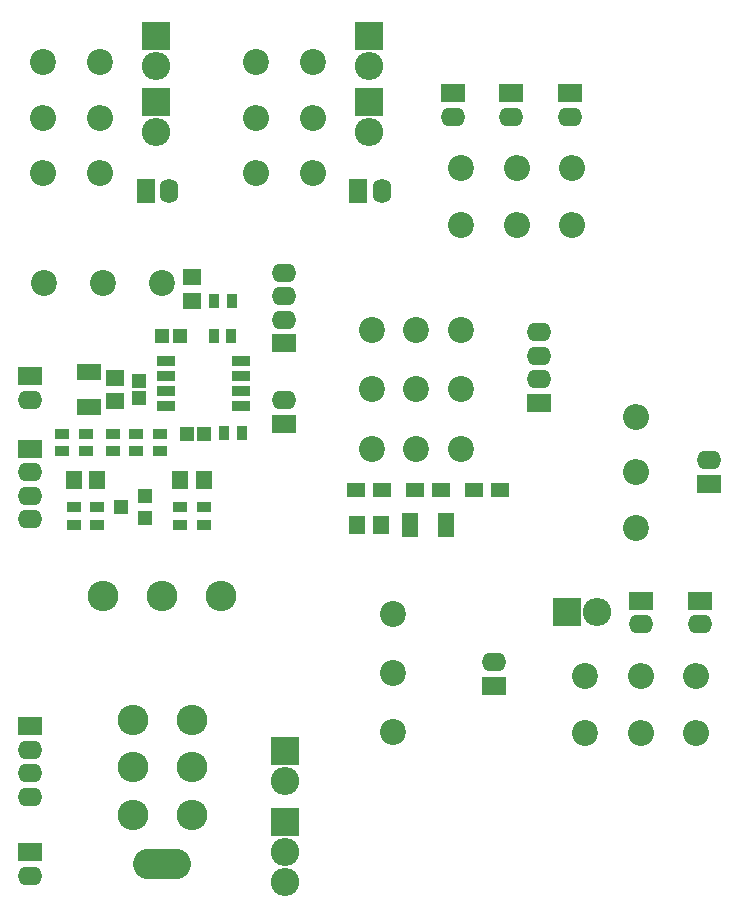
<source format=gts>
%MOIN*%
%OFA0B0*%
%FSLAX46Y46*%
%IPPOS*%
%LPD*%
%ADD10C,0.0039370078740157488*%
%ADD11O,0.10236220472440946X0.10236220472440946*%
%ADD12O,0.19291338582677167X0.10236220472440946*%
%ADD13O,0.094448031496063X0.094448031496063*%
%ADD14R,0.094448031496063X0.094448031496063*%
%ADD15R,0.082677165354330714X0.062992125984251982*%
%ADD16O,0.082677165354330714X0.062992125984251982*%
%ADD27C,0.0039370078740157488*%
%ADD28C,0.086614173228346469*%
%ADD29R,0.064960629921259838X0.055118110236220472*%
%ADD30R,0.051181102362204731X0.035433070866141732*%
%ADD31R,0.06074803149606299X0.035748031496062996*%
%ADD32R,0.051181102362204731X0.047244094488188976*%
%ADD33R,0.082677165354330714X0.062992125984251982*%
%ADD34O,0.082677165354330714X0.062992125984251982*%
%ADD35R,0.055118110236220472X0.064960629921259838*%
%ADD36R,0.047244094488188976X0.0452755905511811*%
%ADD37R,0.035433070866141732X0.051181102362204731*%
%ADD38R,0.07874015748031496X0.055118110236220472*%
%ADD39R,0.0452755905511811X0.047244094488188976*%
%ADD40C,0.0039370078740157488*%
%ADD41R,0.082677165354330714X0.062992125984251982*%
%ADD42O,0.082677165354330714X0.062992125984251982*%
%ADD43R,0.062992125984251982X0.051181102362204731*%
%ADD44C,0.086614173228346469*%
%ADD45R,0.055118110236220472X0.064960629921259838*%
%ADD46R,0.055118110236220472X0.07874015748031496*%
%ADD47C,0.0039370078740157488*%
%ADD48C,0.086614173228346469*%
%ADD49O,0.086614173228346469X0.086614173228346469*%
%ADD50R,0.082677165354330714X0.062992125984251982*%
%ADD51O,0.082677165354330714X0.062992125984251982*%
%ADD52C,0.0039370078740157488*%
%ADD53O,0.086614173228346469X0.086614173228346469*%
%ADD54C,0.086614173228346469*%
%ADD55O,0.094448031496063X0.094448031496063*%
%ADD56R,0.094448031496063X0.094448031496063*%
%ADD57R,0.062992125984251982X0.082677165354330714*%
%ADD58O,0.062992125984251982X0.082677165354330714*%
%ADD59C,0.0039370078740157488*%
%ADD60O,0.086614173228346469X0.086614173228346469*%
%ADD61C,0.086614173228346469*%
%ADD62R,0.082677165354330714X0.062992125984251982*%
%ADD63O,0.082677165354330714X0.062992125984251982*%
%ADD64C,0.0039370078740157488*%
%ADD65O,0.086614173228346469X0.086614173228346469*%
%ADD66C,0.086614173228346469*%
%ADD67R,0.082677165354330714X0.062992125984251982*%
%ADD68O,0.082677165354330714X0.062992125984251982*%
%ADD69O,0.094448031496063X0.094448031496063*%
%ADD70R,0.094448031496063X0.094448031496063*%
%ADD71C,0.0039370078740157488*%
%ADD72C,0.086614173228346469*%
%ADD73R,0.082677165354330714X0.062992125984251982*%
%ADD74O,0.082677165354330714X0.062992125984251982*%
%ADD75C,0.0039370078740157488*%
%ADD76O,0.086614173228346469X0.086614173228346469*%
%ADD77C,0.086614173228346469*%
%ADD78O,0.094448031496063X0.094448031496063*%
%ADD79R,0.094448031496063X0.094448031496063*%
%ADD80R,0.062992125984251982X0.082677165354330714*%
%ADD81O,0.062992125984251982X0.082677165354330714*%
G01G01*
D10*
D11*
X-0004055118Y0003858267D02*
X0000728346Y0001023622D03*
X0000531496Y0001023622D03*
X0000334645Y0001023622D03*
X0000433070Y0000610236D03*
X0000433070Y0000452755D03*
X0000433070Y0000295275D03*
X0000629921Y0000610236D03*
X0000629921Y0000452755D03*
X0000629921Y0000295275D03*
D12*
X0000531496Y0000129921D03*
D13*
X0000940944Y0000407874D03*
D14*
X0000940944Y0000507874D03*
D13*
X0000940944Y0000070866D03*
D14*
X0000940944Y0000270866D03*
D13*
X0000940944Y0000170866D03*
D15*
X0000090551Y0000590551D03*
D16*
X0000090551Y0000511811D03*
X0000090551Y0000433070D03*
X0000090551Y0000354330D03*
D15*
X0000090551Y0000169291D03*
D16*
X0000090551Y0000090551D03*
G04 next file*
G04 #@! TF.FileFunction,Soldermask,Top*
G04 Gerber Fmt 4.6, Leading zero omitted, Abs format (unit mm)*
G04 Created by KiCad (PCBNEW 4.0.4-1.fc24-product) date Mon Jun  4 16:00:14 2018*
G01G01*
G04 APERTURE LIST*
G04 APERTURE END LIST*
D27*
D28*
X-0005708661Y0005590551D02*
X0000531496Y0002066929D03*
X0000334645Y0002066929D03*
X0000137795Y0002066929D03*
D29*
X0000374015Y0001673228D03*
X0000374015Y0001751968D03*
D30*
X0000275590Y0001564960D03*
X0000275590Y0001505905D03*
D29*
X0000629921Y0002086614D03*
X0000629921Y0002007874D03*
D31*
X0000794291Y0001807283D03*
X0000794291Y0001757283D03*
X0000794291Y0001707283D03*
X0000794291Y0001657283D03*
X0000544291Y0001657283D03*
X0000544291Y0001707283D03*
X0000544291Y0001757283D03*
X0000544291Y0001807283D03*
D32*
X0000472440Y0001283464D03*
X0000472440Y0001358267D03*
X0000393700Y0001320866D03*
D33*
X0000937007Y0001598425D03*
D34*
X0000937007Y0001677165D03*
D33*
X0000937007Y0001866141D03*
D34*
X0000937007Y0001944881D03*
X0000937007Y0002023622D03*
X0000937007Y0002102362D03*
D33*
X0000090551Y0001515748D03*
D34*
X0000090551Y0001437007D03*
X0000090551Y0001358267D03*
X0000090551Y0001279527D03*
D35*
X0000314960Y0001409448D03*
X0000236220Y0001409448D03*
X0000669291Y0001409448D03*
X0000590551Y0001409448D03*
D36*
X0000612204Y0001562992D03*
X0000671259Y0001562992D03*
D30*
X0000236220Y0001320866D03*
X0000236220Y0001261810D03*
X0000314960Y0001320866D03*
X0000314960Y0001261810D03*
X0000590551Y0001320866D03*
X0000590551Y0001261810D03*
X0000669291Y0001320866D03*
X0000669291Y0001261810D03*
X0000523622Y0001564960D03*
X0000523622Y0001505905D03*
X0000366141Y0001505905D03*
X0000366141Y0001564960D03*
X0000444881Y0001505905D03*
X0000444881Y0001564960D03*
X0000196850Y0001564960D03*
X0000196850Y0001505905D03*
D37*
X0000761810Y0001889763D03*
X0000702755Y0001889763D03*
X0000738188Y0001566929D03*
X0000797244Y0001566929D03*
D38*
X0000287401Y0001653543D03*
X0000287401Y0001771653D03*
D33*
X0000090551Y0001755905D03*
D34*
X0000090551Y0001677165D03*
D36*
X0000590551Y0001889763D03*
X0000531496Y0001889763D03*
D37*
X0000763779Y0002007874D03*
X0000704724Y0002007874D03*
D39*
X0000452755Y0001683070D03*
X0000452755Y0001742125D03*
G04 next file*
G04 #@! TF.FileFunction,Soldermask,Top*
G04 Gerber Fmt 4.6, Leading zero omitted, Abs format (unit mm)*
G04 Created by KiCad (PCBNEW 4.0.7) date 06/05/18 10:39:03*
G01G01*
G04 APERTURE LIST*
G04 APERTURE END LIST*
D40*
D41*
X-0003976377Y0005236220D02*
X0001787401Y0001667322D03*
D42*
X0001787401Y0001746062D03*
X0001787401Y0001824803D03*
X0001787401Y0001903543D03*
D43*
X0001570866Y0001377952D03*
X0001657480Y0001377952D03*
X0001374015Y0001377952D03*
X0001460629Y0001377952D03*
X0001263779Y0001377952D03*
X0001177165Y0001377952D03*
D44*
X0001525590Y0001909448D03*
X0001377952Y0001909448D03*
X0001230314Y0001909448D03*
X0001525590Y0001712598D03*
X0001377952Y0001712598D03*
X0001230314Y0001712598D03*
X0001230314Y0001515748D03*
X0001377952Y0001515748D03*
X0001525590Y0001515748D03*
D45*
X0001181102Y0001259842D03*
X0001259842Y0001259842D03*
D46*
X0001476377Y0001259842D03*
X0001358267Y0001259842D03*
G04 next file*
G04 #@! TF.FileFunction,Soldermask,Top*
G04 Gerber Fmt 4.6, Leading zero omitted, Abs format (unit mm)*
G04 Created by KiCad (PCBNEW 4.0.7) date 06/05/18 11:02:08*
G01G01*
G04 APERTURE LIST*
G04 APERTURE END LIST*
D47*
D48*
X-0003464566Y0005629921D02*
X0002110236Y0001251968D03*
D49*
X0002110236Y0001437007D03*
X0002110236Y0001622047D03*
D50*
X0002354330Y0001397637D03*
D51*
X0002354330Y0001476377D03*
G04 next file*
G04 #@! TF.FileFunction,Soldermask,Top*
G04 Gerber Fmt 4.6, Leading zero omitted, Abs format (unit mm)*
G04 Created by KiCad (PCBNEW 4.0.7) date 06/06/18 08:32:26*
G01G01*
G04 APERTURE LIST*
G04 APERTURE END LIST*
D52*
D53*
X-0004685039Y0006220472D02*
X0000842519Y0002618110D03*
D54*
X0000842519Y0002803149D03*
D53*
X0000842519Y0002433070D03*
D54*
X0001032677Y0002803149D03*
D53*
X0001032677Y0002618110D03*
X0001032677Y0002433070D03*
D55*
X0001220472Y0002789763D03*
D56*
X0001220472Y0002889763D03*
D55*
X0001220472Y0002569291D03*
D56*
X0001220472Y0002669291D03*
D57*
X0001185039Y0002374015D03*
D58*
X0001263779Y0002374015D03*
G04 next file*
G04 #@! TF.FileFunction,Soldermask,Top*
G04 Gerber Fmt 4.6, Leading zero omitted, Abs format (unit mm)*
G04 Created by KiCad (PCBNEW 4.0.7) date 06/06/18 08:36:06*
G01G01*
G04 APERTURE LIST*
G04 APERTURE END LIST*
D59*
D60*
X-0001850393Y-0003267716D02*
X0001712598Y0002259842D03*
D61*
X0001527559Y0002259842D03*
D60*
X0001897637Y0002259842D03*
D61*
X0001527559Y0002449999D03*
D60*
X0001712598Y0002449999D03*
X0001897637Y0002449999D03*
D62*
X0001500000Y0002700787D03*
D63*
X0001500000Y0002622047D03*
D62*
X0001694881Y0002700787D03*
D63*
X0001694881Y0002622047D03*
D62*
X0001891732Y0002700787D03*
D63*
X0001891732Y0002622047D03*
G04 next file*
G04 #@! TF.FileFunction,Soldermask,Top*
G04 Gerber Fmt 4.6, Leading zero omitted, Abs format (unit mm)*
G04 Created by KiCad (PCBNEW 4.0.7) date 06/06/18 08:15:27*
G01G01*
G04 APERTURE LIST*
G04 APERTURE END LIST*
D64*
D65*
X-0001417322Y-0004960629D02*
X0002125984Y0000566929D03*
D66*
X0001940944Y0000566929D03*
D65*
X0002311023Y0000566929D03*
D66*
X0001940944Y0000757086D03*
D65*
X0002125984Y0000757086D03*
X0002311023Y0000757086D03*
D67*
X0002125984Y0001007873D03*
D68*
X0002125984Y0000929133D03*
D67*
X0002324803Y0001007873D03*
D68*
X0002324803Y0000929133D03*
D69*
X0001980314Y0000972440D03*
D70*
X0001880314Y0000972440D03*
G04 next file*
G04 #@! TF.FileFunction,Soldermask,Top*
G04 Gerber Fmt 4.6, Leading zero omitted, Abs format (unit mm)*
G04 Created by KiCad (PCBNEW 4.0.7) date 06/06/18 08:13:09*
G01G01*
G04 APERTURE LIST*
G04 APERTURE END LIST*
D71*
D72*
X-0002047244Y-0004645669D02*
X0001299212Y0000964566D03*
X0001299212Y0000767716D03*
X0001299212Y0000570866D03*
D73*
X0001637795Y0000724409D03*
D74*
X0001637795Y0000803149D03*
G04 next file*
G04 #@! TF.FileFunction,Soldermask,Top*
G04 Gerber Fmt 4.6, Leading zero omitted, Abs format (unit mm)*
G04 Created by KiCad (PCBNEW 4.0.7) date 06/06/18 08:32:26*
G01G01*
G04 APERTURE LIST*
G04 APERTURE END LIST*
D75*
D76*
X-0005393700Y0006220472D02*
X0000133858Y0002618110D03*
D77*
X0000133858Y0002803149D03*
D76*
X0000133858Y0002433070D03*
D77*
X0000324015Y0002803149D03*
D76*
X0000324015Y0002618110D03*
X0000324015Y0002433070D03*
D78*
X0000511811Y0002789763D03*
D79*
X0000511811Y0002889763D03*
D78*
X0000511811Y0002569291D03*
D79*
X0000511811Y0002669291D03*
D80*
X0000476377Y0002374015D03*
D81*
X0000555118Y0002374015D03*
M02*
</source>
